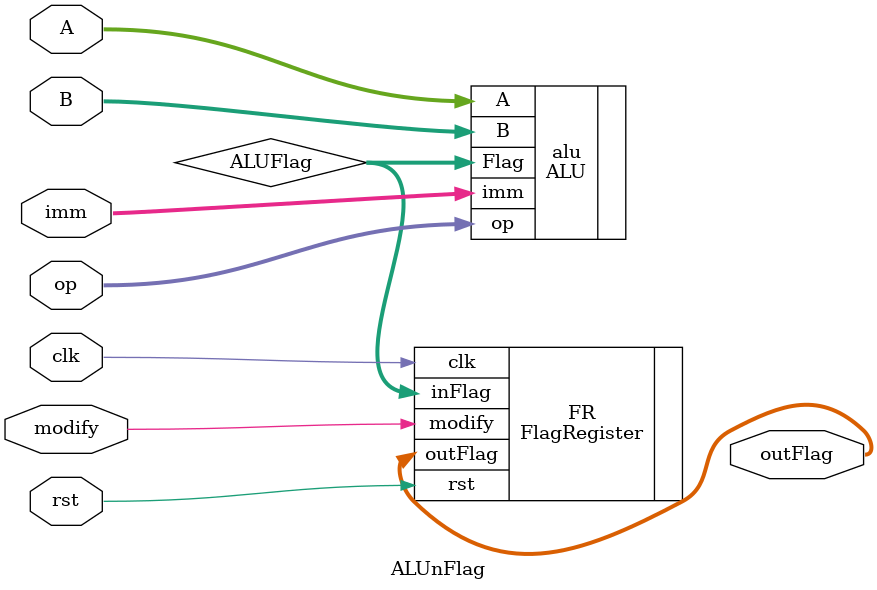
<source format=v>
module ALUnFlag(input [15:0]A,B,
                input [2:0]op,
                input [3:0]imm,
                input clk, rst, modify,
                output[2:0]outFlag); //Z V N

wire[2:0] ALUFlag;

ALU alu(.A(A), .B(B), .op(op), .imm(imm), .Flag(ALUFlag));
FlagRegister FR(.clk(clk), .rst(rst), .modify(modify), .inFlag(ALUFlag), .outFlag(outFlag));

endmodule
</source>
